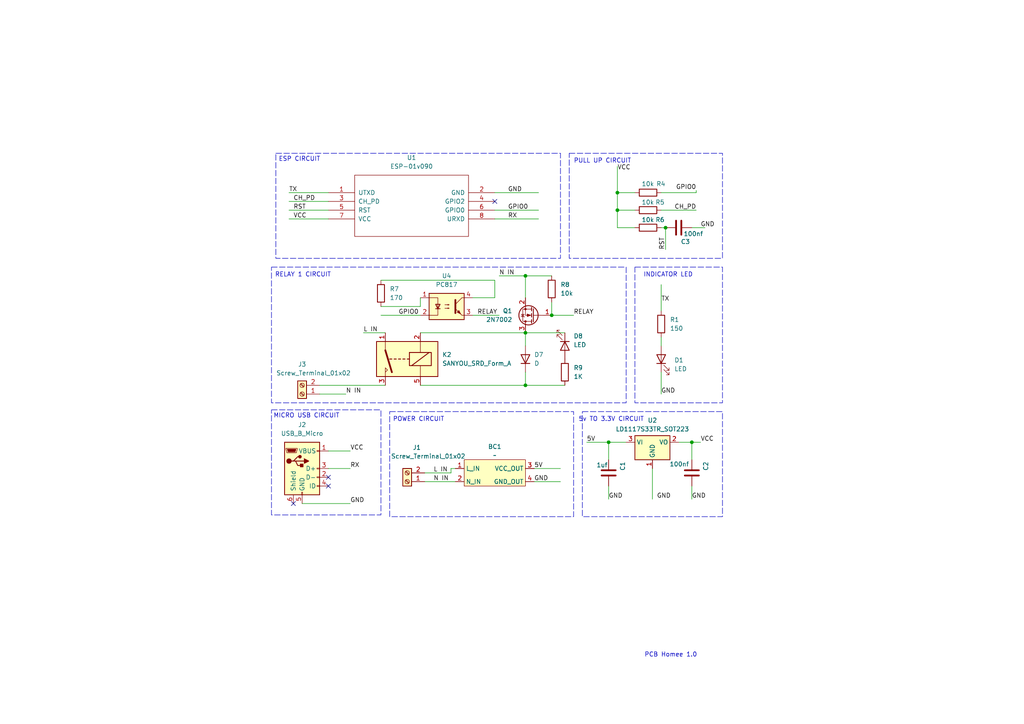
<source format=kicad_sch>
(kicad_sch (version 20231120) (generator "eeschema") (generator_version "8.0")
  (paper "A4")
  (lib_symbols
    (symbol "Connector:Screw_Terminal_01x02" (pin_names (offset 1.016) hide)
      (property "Reference" "J" (at 0 2.54 0))
      (property "Value" "Screw_Terminal_01x02" (at 0 -5.08 0))
      (symbol "Screw_Terminal_01x02_1_1"
        (rectangle (start -1.27 1.27) (end 1.27 -3.81) (stroke (width 0.254)) (fill (type background)))
        (circle (center 0 -2.54) (radius 0.635) (stroke (width 0.1524)))
        (polyline (pts (xy -0.5334 -2.2098) (xy 0.3302 -3.048)) (stroke (width 0.1524)))
        (polyline (pts (xy -0.5334 0.3302) (xy 0.3302 -0.508)) (stroke (width 0.1524)))
        (polyline (pts (xy -0.3556 -2.032) (xy 0.508 -2.8702)) (stroke (width 0.1524)))
        (polyline (pts (xy -0.3556 0.508) (xy 0.508 -0.3302)) (stroke (width 0.1524)))
        (circle (center 0 0) (radius 0.635) (stroke (width 0.1524)))
        (pin passive line (at -5.08 0 0) (length 3.81) (name "Pin_1") (number "1"))
        (pin passive line (at -5.08 -2.54 0) (length 3.81) (name "Pin_2") (number "2"))
      )
    )
    (symbol "Connector:USB_B_Micro" (pin_names (offset 1.016))
      (property "Reference" "J" (at -5.08 11.43 0))
      (property "Value" "USB_B_Micro" (at -5.08 8.89 0))
      (symbol "USB_B_Micro_0_1"
        (rectangle (start -5.08 -7.62) (end 5.08 7.62) (stroke (width 0.254)) (fill (type background)))
        (circle (center -3.81 2.159) (radius 0.635) (stroke (width 0.254)) (fill (type outline)))
        (circle (center -0.635 3.429) (radius 0.381) (stroke (width 0.254)) (fill (type outline)))
        (rectangle (start -0.127 -7.62) (end 0.127 -6.858))
        (polyline (pts (xy -1.905 2.159) (xy 0.635 2.159)) (stroke (width 0.254)))
        (polyline (pts (xy -3.175 2.159) (xy -2.54 2.159) (xy -1.27 3.429) (xy -0.635 3.429)) (stroke (width 0.254)))
        (polyline (pts (xy -2.54 2.159) (xy -1.905 2.159) (xy -1.27 0.889) (xy 0 0.889)) (stroke (width 0.254)))
        (polyline (pts (xy 0.635 2.794) (xy 0.635 1.524) (xy 1.905 2.159) (xy 0.635 2.794)) (stroke (width 0.254)) (fill (type outline)))
        (polyline (pts (xy -4.318 5.588) (xy -1.778 5.588) (xy -2.032 4.826) (xy -4.064 4.826) (xy -4.318 5.588)) (fill (type outline)))
        (polyline (pts (xy -4.699 5.842) (xy -4.699 5.588) (xy -4.445 4.826) (xy -4.445 4.572) (xy -1.651 4.572) (xy -1.651 4.826) (xy -1.397 5.588) (xy -1.397 5.842) (xy -4.699 5.842)))
        (rectangle (start 0.254 1.27) (end -0.508 0.508) (stroke (width 0.254)) (fill (type outline)))
        (rectangle (start 5.08 -5.207) (end 4.318 -4.953))
        (rectangle (start 5.08 -2.667) (end 4.318 -2.413))
        (rectangle (start 5.08 -0.127) (end 4.318 0.127))
        (rectangle (start 5.08 4.953) (end 4.318 5.207))
      )
      (symbol "USB_B_Micro_1_1"
        (pin power_out line (at 7.62 5.08 180) (length 2.54) (name "VBUS") (number "1"))
        (pin bidirectional line (at 7.62 -2.54 180) (length 2.54) (name "D-") (number "2"))
        (pin bidirectional line (at 7.62 0 180) (length 2.54) (name "D+") (number "3"))
        (pin passive line (at 7.62 -5.08 180) (length 2.54) (name "ID") (number "4"))
        (pin power_out line (at 0 -10.16 90) (length 2.54) (name "GND") (number "5"))
        (pin passive line (at -2.54 -10.16 90) (length 2.54) (name "Shield") (number "6"))
      )
    )
    (symbol "Device:C" (pin_numbers hide) (pin_names (offset 0.254))
      (property "Reference" "C" (at 0.635 2.54 0))
      (property "Value" "C" (at 0.635 -2.54 0))
      (symbol "C_0_1"
        (polyline (pts (xy -2.032 -0.762) (xy 2.032 -0.762)) (stroke (width 0.508)))
        (polyline (pts (xy -2.032 0.762) (xy 2.032 0.762)) (stroke (width 0.508)))
      )
      (symbol "C_1_1"
        (pin passive line (at 0 3.81 270) (length 2.794) (name "~") (number "1"))
        (pin passive line (at 0 -3.81 90) (length 2.794) (name "~") (number "2"))
      )
    )
    (symbol "Device:D" (pin_numbers hide) (pin_names (offset 1.016) hide)
      (property "Reference" "D" (at 0 2.54 0))
      (property "Value" "D" (at 0 -2.54 0))
      (symbol "D_0_1"
        (polyline (pts (xy -1.27 1.27) (xy -1.27 -1.27)) (stroke (width 0.254)))
        (polyline (pts (xy 1.27 0) (xy -1.27 0)))
        (polyline (pts (xy 1.27 1.27) (xy 1.27 -1.27) (xy -1.27 0) (xy 1.27 1.27)) (stroke (width 0.254)))
      )
      (symbol "D_1_1"
        (pin passive line (at -3.81 0 0) (length 2.54) (name "K") (number "1"))
        (pin passive line (at 3.81 0 180) (length 2.54) (name "A") (number "2"))
      )
    )
    (symbol "Device:LED" (pin_numbers hide) (pin_names (offset 1.016) hide)
      (property "Reference" "D" (at 0 2.54 0))
      (property "Value" "LED" (at 0 -2.54 0))
      (symbol "LED_0_1"
        (polyline (pts (xy -1.27 -1.27) (xy -1.27 1.27)) (stroke (width 0.254)))
        (polyline (pts (xy -1.27 0) (xy 1.27 0)))
        (polyline (pts (xy 1.27 -1.27) (xy 1.27 1.27) (xy -1.27 0) (xy 1.27 -1.27)) (stroke (width 0.254)))
        (polyline (pts (xy -3.048 -0.762) (xy -4.572 -2.286) (xy -3.81 -2.286) (xy -4.572 -2.286) (xy -4.572 -1.524)))
        (polyline (pts (xy -1.778 -0.762) (xy -3.302 -2.286) (xy -2.54 -2.286) (xy -3.302 -2.286) (xy -3.302 -1.524)))
      )
      (symbol "LED_1_1"
        (pin passive line (at -3.81 0 0) (length 2.54) (name "K") (number "1"))
        (pin passive line (at 3.81 0 180) (length 2.54) (name "A") (number "2"))
      )
    )
    (symbol "Device:R" (pin_numbers hide) (pin_names (offset 0))
      (property "Reference" "R" (at 2.032 0 90))
      (property "Value" "R" (at 0 0 90))
      (symbol "R_0_1"
        (rectangle (start -1.016 -2.54) (end 1.016 2.54) (stroke (width 0.254)))
      )
      (symbol "R_1_1"
        (pin passive line (at 0 3.81 270) (length 1.27) (name "~") (number "1"))
        (pin passive line (at 0 -3.81 90) (length 1.27) (name "~") (number "2"))
      )
    )
    (symbol "ESP8266:ESP-01v090" (pin_names (offset 1.016))
      (property "Reference" "U" (at 0 -2.54 0))
      (property "Value" "ESP-01v090" (at 0 2.54 0))
      (symbol "ESP-01v090_1_0"
        (rectangle (start -16.51 -8.89) (end 16.51 8.89))
      )
      (symbol "ESP-01v090_1_1"
        (pin output line (at -24.13 3.81 0) (length 7.62) (name "UTXD") (number "1"))
        (pin power_in line (at 24.13 3.81 180) (length 7.62) (name "GND") (number "2"))
        (pin input line (at -24.13 1.27 0) (length 7.62) (name "CH_PD") (number "3"))
        (pin tri_state line (at 24.13 1.27 180) (length 7.62) (name "GPIO2") (number "4"))
        (pin input line (at -24.13 -1.27 0) (length 7.62) (name "RST") (number "5"))
        (pin tri_state line (at 24.13 -1.27 180) (length 7.62) (name "GPIO0") (number "6"))
        (pin power_in line (at -24.13 -3.81 0) (length 7.62) (name "VCC") (number "7"))
        (pin input line (at 24.13 -3.81 180) (length 7.62) (name "URXD") (number "8"))
      )
    )
    (symbol "Isolator:PC817" (pin_names (offset 1.016))
      (property "Reference" "U" (at -5.08 5.08 0))
      (property "Value" "PC817" (at 0 5.08 0))
      (symbol "PC817_0_1"
        (rectangle (start -5.08 3.81) (end 5.08 -3.81) (stroke (width 0.254)) (fill (type background)))
        (polyline (pts (xy -3.175 -0.635) (xy -1.905 -0.635)) (stroke (width 0.254)))
        (polyline (pts (xy 2.54 0.635) (xy 4.445 2.54)))
        (polyline (pts (xy 4.445 -2.54) (xy 2.54 -0.635)) (fill (type outline)))
        (polyline (pts (xy 4.445 -2.54) (xy 5.08 -2.54)))
        (polyline (pts (xy 4.445 2.54) (xy 5.08 2.54)))
        (polyline (pts (xy -5.08 2.54) (xy -2.54 2.54) (xy -2.54 -0.635)))
        (polyline (pts (xy -2.54 -0.635) (xy -2.54 -2.54) (xy -5.08 -2.54)))
        (polyline (pts (xy 2.54 1.905) (xy 2.54 -1.905) (xy 2.54 -1.905)) (stroke (width 0.508)))
        (polyline (pts (xy -2.54 -0.635) (xy -3.175 0.635) (xy -1.905 0.635) (xy -2.54 -0.635)) (stroke (width 0.254)))
        (polyline (pts (xy -0.508 -0.508) (xy 0.762 -0.508) (xy 0.381 -0.635) (xy 0.381 -0.381) (xy 0.762 -0.508)))
        (polyline (pts (xy -0.508 0.508) (xy 0.762 0.508) (xy 0.381 0.381) (xy 0.381 0.635) (xy 0.762 0.508)))
        (polyline (pts (xy 3.048 -1.651) (xy 3.556 -1.143) (xy 4.064 -2.159) (xy 3.048 -1.651) (xy 3.048 -1.651)) (fill (type outline)))
      )
      (symbol "PC817_1_1"
        (pin passive line (at -7.62 2.54 0) (length 2.54) (name "~") (number "1"))
        (pin passive line (at -7.62 -2.54 0) (length 2.54) (name "~") (number "2"))
        (pin passive line (at 7.62 -2.54 180) (length 2.54) (name "~") (number "3"))
        (pin passive line (at 7.62 2.54 180) (length 2.54) (name "~") (number "4"))
      )
    )
    (symbol "Regulator_Linear:LD1117S33TR_SOT223"
      (property "Reference" "U" (at -3.81 3.175 0))
      (property "Value" "LD1117S33TR_SOT223" (at 0 3.175 0))
      (symbol "LD1117S33TR_SOT223_0_1"
        (rectangle (start -5.08 -5.08) (end 5.08 1.905) (stroke (width 0.254)) (fill (type background)))
      )
      (symbol "LD1117S33TR_SOT223_1_1"
        (pin power_in line (at 0 -7.62 90) (length 2.54) (name "GND") (number "1"))
        (pin power_out line (at 7.62 0 180) (length 2.54) (name "VO") (number "2"))
        (pin power_in line (at -7.62 0 0) (length 2.54) (name "VI") (number "3"))
      )
    )
    (symbol "Relay:SANYOU_SRD_Form_A"
      (property "Reference" "K" (at 8.89 3.81 0))
      (property "Value" "SANYOU_SRD_Form_A" (at 8.89 1.27 0))
      (symbol "SANYOU_SRD_Form_A_0_0"
        (polyline (pts (xy 5.08 5.08) (xy 5.08 2.54) (xy 4.445 3.175) (xy 5.08 3.81)))
      )
      (symbol "SANYOU_SRD_Form_A_0_1"
        (rectangle (start -10.16 5.08) (end 7.62 -5.08) (stroke (width 0.254)) (fill (type background)))
        (rectangle (start -8.255 1.905) (end -1.905 -1.905) (stroke (width 0.254)))
        (polyline (pts (xy -7.62 -1.905) (xy -2.54 1.905)) (stroke (width 0.254)))
        (polyline (pts (xy -5.08 -5.08) (xy -5.08 -1.905)))
        (polyline (pts (xy -5.08 5.08) (xy -5.08 1.905)))
        (polyline (pts (xy -1.905 0) (xy -1.27 0)) (stroke (width 0.254)))
        (polyline (pts (xy -0.635 0) (xy 0 0)) (stroke (width 0.254)))
        (polyline (pts (xy 0.635 0) (xy 1.27 0)) (stroke (width 0.254)))
        (polyline (pts (xy 1.905 0) (xy 2.54 0)) (stroke (width 0.254)))
        (polyline (pts (xy 3.175 0) (xy 3.81 0)) (stroke (width 0.254)))
        (polyline (pts (xy 5.08 -2.54) (xy 3.175 3.81)) (stroke (width 0.508)))
        (polyline (pts (xy 5.08 -2.54) (xy 5.08 -5.08)))
      )
      (symbol "SANYOU_SRD_Form_A_1_1"
        (pin passive line (at 5.08 -7.62 90) (length 2.54) (name "~") (number "1"))
        (pin passive line (at -5.08 -7.62 90) (length 2.54) (name "~") (number "2"))
        (pin passive line (at 5.08 7.62 270) (length 2.54) (name "~") (number "3"))
        (pin passive line (at -5.08 7.62 270) (length 2.54) (name "~") (number "5"))
      )
    )
    (symbol "Transistor_FET:2N7002" (pin_names hide)
      (property "Reference" "Q" (at 5.08 1.905 0))
      (property "Value" "2N7002" (at 5.08 0 0))
      (symbol "2N7002_0_1"
        (polyline (pts (xy 0.254 0) (xy -2.54 0)))
        (polyline (pts (xy 0.254 1.905) (xy 0.254 -1.905)) (stroke (width 0.254)))
        (polyline (pts (xy 0.762 -1.27) (xy 0.762 -2.286)) (stroke (width 0.254)))
        (polyline (pts (xy 0.762 0.508) (xy 0.762 -0.508)) (stroke (width 0.254)))
        (polyline (pts (xy 0.762 2.286) (xy 0.762 1.27)) (stroke (width 0.254)))
        (polyline (pts (xy 2.54 2.54) (xy 2.54 1.778)))
        (polyline (pts (xy 2.54 -2.54) (xy 2.54 0) (xy 0.762 0)))
        (polyline (pts (xy 0.762 -1.778) (xy 3.302 -1.778) (xy 3.302 1.778) (xy 0.762 1.778)))
        (polyline (pts (xy 1.016 0) (xy 2.032 0.381) (xy 2.032 -0.381) (xy 1.016 0)) (fill (type outline)))
        (polyline (pts (xy 2.794 0.508) (xy 2.921 0.381) (xy 3.683 0.381) (xy 3.81 0.254)))
        (polyline (pts (xy 3.302 0.381) (xy 2.921 -0.254) (xy 3.683 -0.254) (xy 3.302 0.381)))
        (circle (center 1.651 0) (radius 2.794) (stroke (width 0.254)))
        (circle (center 2.54 -1.778) (radius 0.254) (fill (type outline)))
        (circle (center 2.54 1.778) (radius 0.254) (fill (type outline)))
      )
      (symbol "2N7002_1_1"
        (pin input line (at -5.08 0 0) (length 2.54) (name "G") (number "1"))
        (pin passive line (at 2.54 -5.08 90) (length 2.54) (name "S") (number "2"))
        (pin passive line (at 2.54 5.08 270) (length 2.54) (name "D") (number "3"))
      )
    )
    (symbol "custom:Buck_Converter"
      (property "Reference" "BC" (at -2.54 0 0))
      (symbol "Buck_Converter_1_1"
        (rectangle (start -8.89 3.81) (end 8.89 -3.81) (fill (type background)))
        (pin input line (at -11.43 1.27 0) (length 2.54) (name "L_IN") (number "1"))
        (pin input line (at -11.43 -2.54 0) (length 2.54) (name "N_IN") (number "2"))
        (pin power_out line (at 11.43 1.27 180) (length 2.54) (name "VCC_OUT") (number "3"))
        (pin power_out line (at 11.43 -2.54 180) (length 2.54) (name "GND_OUT") (number "4"))
      )
    )
  )
  (junction (at 152.4 96.52))
  (junction (at 193.04 66.04))
  (junction (at 179.07 60.96))
  (junction (at 176.53 128.27))
  (junction (at 152.4 80.01))
  (junction (at 179.07 55.88))
  (junction (at 200.66 128.27))
  (junction (at 152.4 111.76))
  (junction (at 160.02 91.44))
  (no_connect (at 143.51 58.42))
  (no_connect (at 85.09 146.05))
  (no_connect (at 95.25 140.97))
  (no_connect (at 95.25 138.43))
  (wire (pts (xy 143.51 60.96) (xy 156.21 60.96)))
  (wire (pts (xy 137.16 86.36) (xy 143.51 86.36)))
  (wire (pts (xy 152.4 111.76) (xy 121.92 111.76)))
  (wire (pts (xy 110.49 91.44) (xy 121.92 91.44)))
  (wire (pts (xy 156.21 63.5) (xy 143.51 63.5)))
  (wire (pts (xy 179.07 66.04) (xy 184.15 66.04)))
  (wire (pts (xy 160.02 87.63) (xy 160.02 91.44)))
  (wire (pts (xy 189.23 135.89) (xy 189.23 144.78)))
  (wire (pts (xy 201.93 60.96) (xy 191.77 60.96)))
  (wire (pts (xy 191.77 55.88) (xy 201.93 55.88)))
  (wire (pts (xy 179.07 60.96) (xy 179.07 66.04)))
  (wire (pts (xy 121.92 88.9) (xy 121.92 86.36)))
  (wire (pts (xy 130.81 135.89) (xy 132.08 135.89)))
  (wire (pts (xy 154.94 139.7) (xy 162.56 139.7)))
  (wire (pts (xy 130.81 135.89) (xy 130.81 137.16)))
  (wire (pts (xy 179.07 55.88) (xy 179.07 60.96)))
  (wire (pts (xy 152.4 111.76) (xy 163.83 111.76)))
  (wire (pts (xy 123.19 139.7) (xy 132.08 139.7)))
  (wire (pts (xy 179.07 55.88) (xy 184.15 55.88)))
  (wire (pts (xy 176.53 128.27) (xy 181.61 128.27)))
  (wire (pts (xy 83.82 55.88) (xy 95.25 55.88)))
  (wire (pts (xy 176.53 140.97) (xy 176.53 144.78)))
  (wire (pts (xy 92.71 111.76) (xy 111.76 111.76)))
  (wire (pts (xy 95.25 130.81) (xy 101.6 130.81)))
  (wire (pts (xy 95.25 135.89) (xy 101.6 135.89)))
  (wire (pts (xy 191.77 82.55) (xy 191.77 90.17)))
  (wire (pts (xy 191.77 97.79) (xy 191.77 100.33)))
  (wire (pts (xy 200.66 128.27) (xy 203.2 128.27)))
  (wire (pts (xy 105.41 96.52) (xy 111.76 96.52)))
  (wire (pts (xy 196.85 128.27) (xy 200.66 128.27)))
  (wire (pts (xy 152.4 80.01) (xy 152.4 86.36)))
  (wire (pts (xy 143.51 81.28) (xy 143.51 86.36)))
  (wire (pts (xy 200.66 66.04) (xy 204.47 66.04)))
  (wire (pts (xy 92.71 114.3) (xy 100.33 114.3)))
  (wire (pts (xy 200.66 133.35) (xy 200.66 128.27)))
  (wire (pts (xy 121.92 96.52) (xy 152.4 96.52)))
  (wire (pts (xy 179.07 60.96) (xy 184.15 60.96)))
  (wire (pts (xy 152.4 80.01) (xy 160.02 80.01)))
  (wire (pts (xy 170.18 128.27) (xy 176.53 128.27)))
  (wire (pts (xy 193.04 72.39) (xy 193.04 66.04)))
  (wire (pts (xy 200.66 144.78) (xy 200.66 140.97)))
  (wire (pts (xy 130.81 137.16) (xy 123.19 137.16)))
  (wire (pts (xy 110.49 88.9) (xy 121.92 88.9)))
  (wire (pts (xy 143.51 55.88) (xy 156.21 55.88)))
  (wire (pts (xy 176.53 128.27) (xy 176.53 133.35)))
  (wire (pts (xy 154.94 135.89) (xy 162.56 135.89)))
  (wire (pts (xy 191.77 114.3) (xy 191.77 107.95)))
  (wire (pts (xy 152.4 107.95) (xy 152.4 111.76)))
  (wire (pts (xy 201.93 55.245) (xy 201.93 55.88)))
  (wire (pts (xy 179.07 48.26) (xy 179.07 55.88)))
  (wire (pts (xy 152.4 96.52) (xy 163.83 96.52)))
  (wire (pts (xy 110.49 81.28) (xy 143.51 81.28)))
  (wire (pts (xy 191.77 66.04) (xy 193.04 66.04)))
  (wire (pts (xy 83.82 58.42) (xy 95.25 58.42)))
  (wire (pts (xy 137.16 91.44) (xy 144.78 91.44)))
  (wire (pts (xy 83.82 63.5) (xy 95.25 63.5)))
  (wire (pts (xy 144.78 80.01) (xy 152.4 80.01)))
  (wire (pts (xy 83.82 60.96) (xy 95.25 60.96)))
  (wire (pts (xy 152.4 96.52) (xy 152.4 100.33)))
  (wire (pts (xy 87.63 146.05) (xy 101.6 146.05)))
  (wire (pts (xy 160.02 91.44) (xy 166.37 91.44)))
  (rectangle (start 165.1 44.45) (end 209.55 74.93) (stroke (width 0) (type dash)))
  (rectangle (start 80.01 44.45) (end 162.56 74.93) (stroke (width 0) (type dash)))
  (rectangle (start 78.74 118.872) (end 110.49 149.352) (stroke (width 0) (type dash)))
  (rectangle (start 78.74 77.47) (end 181.61 116.84) (stroke (width 0) (type dash)))
  (rectangle (start 184.15 77.47) (end 209.55 116.84) (stroke (width 0) (type dash)))
  (rectangle (start 168.91 119.38) (end 209.55 149.86) (stroke (width 0) (type dash)))
  (rectangle (start 113.03 119.38) (end 166.37 149.86) (stroke (width 0) (type dash)))
  (text "INDICATOR LED" (at 193.802 79.756 0) (effects (font (size 1.27 1.27))))
  (text "PCB Homee 1.0" (at 194.564 189.992 0) (effects (font (size 1.27 1.27))))
  (text "MICRO USB CIRCUIT" (at 88.9 120.65 0) (effects (font (size 1.27 1.27))))
  (text "RELAY 1 CIRCUIT" (at 87.884 79.756 0) (effects (font (size 1.27 1.27))))
  (text "ESP CIRCUIT\n" (at 86.868 46.228 0) (effects (font (size 1.27 1.27))))
  (text "PULL UP CIRCUIT\n" (at 174.752 46.736 0) (effects (font (size 1.27 1.27))))
  (text "5v TO 3.3V CIRCUIT\n" (at 177.292 121.666 0) (effects (font (size 1.27 1.27))))
  (text "POWER CIRCUIT\n" (at 121.412 121.666 0) (effects (font (size 1.27 1.27))))
  (label "RX" (at 147.32 63.5 0))
  (label "VCC" (at 101.6 130.81 0))
  (label "GPIO0" (at 115.57 91.44 0))
  (label "TX" (at 83.82 55.88 0))
  (label "L IN" (at 105.41 96.52 0))
  (label "GND" (at 154.94 139.7 0))
  (label "N IN" (at 125.73 139.7 0))
  (label "TX" (at 191.77 87.63 0))
  (label "RST" (at 85.09 60.96 0))
  (label "RELAY" (at 166.37 91.44 0))
  (label "VCC" (at 179.07 49.53 0))
  (label "RX" (at 101.6 135.89 0))
  (label "GPIO0" (at 147.32 60.96 0))
  (label "GND" (at 191.77 114.3 0))
  (label "RELAY" (at 138.43 91.44 0))
  (label "GND" (at 200.66 144.78 0))
  (label "GND" (at 203.2 66.04 0))
  (label "VCC" (at 203.2 128.27 0))
  (label "CH_PD" (at 85.09 58.42 0))
  (label "GND" (at 101.6 146.05 0))
  (label "RST" (at 193.04 72.39 90))
  (label "GPIO0" (at 201.93 55.245 180))
  (label "L IN" (at 125.73 137.16 0))
  (label "N IN" (at 100.33 114.3 0))
  (label "N IN" (at 144.78 80.01 0))
  (label "GND" (at 176.53 144.78 0))
  (label "GND" (at 190.5 144.78 0))
  (label "GND" (at 147.32 55.88 0))
  (label "5V" (at 170.18 128.27 0))
  (label "CH_PD" (at 201.93 60.96 180))
  (label "5V" (at 154.94 135.89 0))
  (label "VCC" (at 85.09 63.5 0))
  (symbol (lib_id "Connector:Screw_Terminal_01x02") (at 118.11 139.7 180) (unit 1)
    (property "Reference" "J1" (at 120.904 129.794 0))
    (property "Value" "Screw_Terminal_01x02" (at 124.206 132.334 0))
    (property "Footprint" "TerminalBlock_Phoenix:TerminalBlock_Phoenix_MKDS-1,5-2-5.08_1x02_P5.08mm_Horizontal" (effects (hide yes)))
    (property "Description" "Generic screw terminal, single row, 01x02, script generated (kicad-library-utils/schlib/autogen/connector/)" (effects (hide yes)))
    (property "MPN" "C8269" (effects (hide yes)))
    (property "Note" "https://jlcpcb.com/partdetail/Ningbo_KangnexElec-WJ128V_5_02P/C8269" (effects (hide yes)))
  )
  (symbol (lib_id "Isolator:PC817") (at 129.54 88.9 0) (unit 1)
    (property "Reference" "U4" (at 129.54 80.01 0))
    (property "Value" "PC817" (at 129.54 82.55 0))
    (property "Footprint" "Package_DIP:SMDIP-4_W7.62mm" (effects (hide yes)))
    (property "Datasheet" "http://www.soselectronic.cz/a_info/resource/d/pc817.pdf" (effects (hide yes)))
    (property "Description" "DC Optocoupler, Vce 35V, CTR 50-300%, DIP-4" (effects (hide yes)))
    (property "MPN" "C2936043" (effects (hide yes)))
    (property "Note" "https://jlcpcb.com/partdetail/slkor_slkormicro_elec-PC817C/C2936043" (effects (hide yes)))
  )
  (symbol (lib_id "Transistor_FET:2N7002") (at 154.94 91.44 180) (unit 1)
    (property "Reference" "Q1" (at 148.59 90.1699 0) (effects (justify left)))
    (property "Value" "2N7002" (at 148.59 92.7099 0) (effects (justify left)))
    (property "Footprint" "Package_TO_SOT_SMD:SOT-23" (effects (hide yes)))
    (property "Datasheet" "https://www.onsemi.com/pub/Collateral/NDS7002A-D.PDF" (effects (hide yes)))
    (property "Description" "0.115A Id, 60V Vds, N-Channel MOSFET, SOT-23" (effects (hide yes)))
    (property "MPN" "C5224215" (effects (hide yes)))
    (property "Note" "https://jlcpcb.com/partdetail/Elecsuper-2N7002/C5224215" (effects (hide yes)))
  )
  (symbol (lib_id "Device:R") (at 187.96 60.96 90) (unit 1)
    (property "Reference" "R5" (at 192.786 58.674 90) (effects (justify left)))
    (property "Value" "10k" (at 189.738 58.674 90) (effects (justify left)))
    (property "Footprint" "Resistor_SMD:R_1210_3225Metric" (effects (hide yes)))
    (property "Description" "Resistor" (effects (hide yes)))
    (property "MPN" "C2889342" (effects (hide yes)))
    (property "Note" "https://jlcpcb.com/partdetail/Vo-SCR0402J200R/C2889342" (effects (hide yes)))
  )
  (symbol (lib_id "Connector:Screw_Terminal_01x02") (at 87.63 114.3 180) (unit 1)
    (property "Reference" "J3" (at 87.63 105.664 0))
    (property "Value" "Screw_Terminal_01x02" (at 90.932 108.204 0))
    (property "Footprint" "TerminalBlock_Phoenix:TerminalBlock_Phoenix_MKDS-1,5-2-5.08_1x02_P5.08mm_Horizontal" (effects (hide yes)))
    (property "Description" "Generic screw terminal, single row, 01x02, script generated (kicad-library-utils/schlib/autogen/connector/)" (effects (hide yes)))
    (property "Note" "https://jlcpcb.com/partdetail/Ningbo_KangnexElec-WJ128V_5_02P/C8269" (effects (hide yes)))
    (property "MPN" "C8269" (effects (hide yes)))
  )
  (symbol (lib_id "Device:R") (at 110.49 85.09 0) (unit 1)
    (property "Reference" "R7" (at 113.03 83.8199 0) (effects (justify left)))
    (property "Value" "170" (at 113.03 86.3599 0) (effects (justify left)))
    (property "Footprint" "Resistor_SMD:R_1210_3225Metric" (effects (hide yes)))
    (property "Description" "Resistor" (effects (hide yes)))
    (property "Note" "https://jlcpcb.com/partdetail/Vo-SCR0402J200R/C3017576" (effects (hide yes)))
    (property "Vendor" "MPN" (effects (hide yes)))
  )
  (symbol (lib_id "Device:C") (at 200.66 137.16 180) (unit 1)
    (property "Reference" "C2" (at 204.724 133.858 90) (effects (justify left)))
    (property "Value" "100nf" (at 199.898 134.62 0) (effects (justify left)))
    (property "Footprint" "Capacitor_SMD:C_1210_3225Metric" (effects (hide yes)))
    (property "Description" "Unpolarized capacitor" (effects (hide yes)))
    (property "MPN" "C7393836" (effects (hide yes)))
    (property "Note" "https://jlcpcb.com/partdetail/Cctc-TCC0201X7R103M500ZT/C7393836" (effects (hide yes)))
  )
  (symbol (lib_id "Connector:USB_B_Micro") (at 87.63 135.89 0) (unit 1)
    (property "Reference" "J2" (at 87.63 123.19 0))
    (property "Value" "USB_B_Micro" (at 87.63 125.73 0))
    (property "Footprint" "Connector_USB:USB_Micro-B_Molex-105017-0001" (effects (hide yes)))
    (property "Description" "USB Micro Type B connector" (effects (hide yes)))
    (property "MPN" " C234179" (effects (hide yes)))
    (property "Note" "https://jlcpcb.com/partdetail/Molex-1051640001/C234179" (effects (hide yes)))
  )
  (symbol (lib_id "Device:LED") (at 191.77 104.14 90) (unit 1)
    (property "Reference" "D1" (at 195.58 104.4574 90) (effects (justify right)))
    (property "Value" "LED" (at 195.58 106.9974 90) (effects (justify right)))
    (property "Footprint" "LED_THT:LED_D3.0mm" (effects (hide yes)))
    (property "Description" "Light emitting diode" (effects (hide yes)))
    (property "Note" "https://jlcpcb.com/partdetail/Meihua-MHL3014GTD/C3028821" (effects (hide yes)))
    (property "MPN" "C3028821" (effects (hide yes)))
  )
  (symbol (lib_id "Regulator_Linear:LD1117S33TR_SOT223") (at 189.23 128.27 0) (unit 1)
    (property "Reference" "U2" (at 189.23 121.92 0))
    (property "Value" "LD1117S33TR_SOT223" (at 189.23 124.46 0))
    (property "Footprint" "Package_TO_SOT_SMD:SOT-223-3_TabPin2" (effects (hide yes)))
    (property "Datasheet" "http://www.st.com/st-web-ui/static/active/en/resource/technical/document/datasheet/CD00000544.pdf" (effects (hide yes)))
    (property "Description" "800mA Fixed Low Drop Positive Voltage Regulator, Fixed Output 3.3V, SOT-223" (effects (hide yes)))
    (property "Note" "https://jlcpcb.com/partdetail/Msksemi-LD1117_3_3_MS/C20538888" (effects (hide yes)))
    (property "MPN" "C20538888" (effects (hide yes)))
  )
  (symbol (lib_id "Device:R") (at 187.96 66.04 90) (unit 1)
    (property "Reference" "R6" (at 192.786 63.754 90) (effects (justify left)))
    (property "Value" "10k" (at 189.738 63.754 90) (effects (justify left)))
    (property "Footprint" "Resistor_SMD:R_1210_3225Metric" (effects (hide yes)))
    (property "Description" "Resistor" (effects (hide yes)))
    (property "MPN" "C2889342" (effects (hide yes)))
    (property "Note" "https://jlcpcb.com/partdetail/Vo-SCR0402J200R/C2889342" (effects (hide yes)))
  )
  (symbol (lib_id "Device:D") (at 152.4 104.14 90) (unit 1)
    (property "Reference" "D7" (at 154.94 102.8699 90) (effects (justify right)))
    (property "Value" "D" (at 154.94 105.4099 90) (effects (justify right)))
    (property "Footprint" "Diode_SMD:D_1210_3225Metric" (effects (hide yes)))
    (property "Description" "Diode" (effects (hide yes)))
    (property "Sim.Device" "D" (effects (hide yes)))
    (property "Sim.Pins" "1=K 2=A" (effects (hide yes)))
    (property "MPN" "C17688656" (effects (hide yes)))
    (property "Note" "https://jlcpcb.com/partdetail/MicrochipTech-CDLL4148/C17688656" (effects (hide yes)))
  )
  (symbol (lib_id "Device:R") (at 191.77 93.98 0) (unit 1)
    (property "Reference" "R1" (at 194.31 92.7099 0) (effects (justify left)))
    (property "Value" "150" (at 194.31 95.2499 0) (effects (justify left)))
    (property "Footprint" "Resistor_SMD:R_1210_3225Metric" (effects (hide yes)))
    (property "Description" "Resistor" (effects (hide yes)))
    (property "MPN" "C5141050" (effects (hide yes)))
    (property "Note" "https://jlcpcb.com/partdetail/Sunway-SC0402J1500F2ANRH/C5141050" (effects (hide yes)))
  )
  (symbol (lib_id "Device:R") (at 187.96 55.88 90) (unit 1)
    (property "Reference" "R4" (at 193.04 53.34 90) (effects (justify left)))
    (property "Value" "10k" (at 189.738 53.34 90) (effects (justify left)))
    (property "Footprint" "Resistor_SMD:R_1210_3225Metric" (effects (hide yes)))
    (property "Description" "Resistor" (effects (hide yes)))
    (property "MPN" "C2889342" (effects (hide yes)))
    (property "Note" "https://jlcpcb.com/partdetail/Vo-SCR0402J200R/C2889342" (effects (hide yes)))
  )
  (symbol (lib_id "Device:R") (at 160.02 83.82 0) (unit 1)
    (property "Reference" "R8" (at 162.56 82.5499 0) (effects (justify left)))
    (property "Value" "10k" (at 162.56 85.0899 0) (effects (justify left)))
    (property "Footprint" "Resistor_SMD:R_1210_3225Metric" (effects (hide yes)))
    (property "Description" "Resistor" (effects (hide yes)))
    (property "MPN" "C2889342" (effects (hide yes)))
    (property "Note" "https://jlcpcb.com/partdetail/Vo-SCR0402J200R/C2889342" (effects (hide yes)))
  )
  (symbol (lib_id "ESP8266:ESP-01v090") (at 119.38 59.69 0) (unit 1)
    (property "Reference" "U1" (at 119.38 45.72 0))
    (property "Value" "ESP-01v090" (at 119.38 48.26 0))
    (property "Footprint" "Connector_PinSocket_2.54mm:PinSocket_2x04_P2.54mm_Vertical" (effects (hide yes)))
    (property "Datasheet" "http://l0l.org.uk/2014/12/esp8266-modules-hardware-guide-gotta-catch-em-all/" (effects (hide yes)))
    (property "Description" "ESP8266 ESP-01 module, v090" (effects (hide yes)))
    (property "Note" "https://jlcpcb.com/partdetail/Zhouri-2_54_24/C2977588" (effects (hide yes)))
    (property "MPN" "C2977588" (effects (hide yes)))
  )
  (symbol (lib_id "Relay:SANYOU_SRD_Form_A") (at 116.84 104.14 180) (unit 1)
    (property "Reference" "K2" (at 128.27 102.8699 0) (effects (justify right)))
    (property "Value" "SANYOU_SRD_Form_A" (at 128.27 105.4099 0) (effects (justify right)))
    (property "Footprint" "Relay_THT:Relay_SPST_SANYOU_SRD_Series_Form_A" (effects (hide yes)))
    (property "Datasheet" "http://www.sanyourelay.ca/public/products/pdf/SRD.pdf" (effects (hide yes)))
    (property "Description" "Sanyo SRD relay, Single Pole Miniature Power Relay, Closing Contact" (effects (hide yes)))
    (property "Note" "https://jlcpcb.com/partdetail/Ningbo_SongleRelay-SRD_5VDC_SLB/C185799" (effects (hide yes)))
    (property "MPN" "C185799" (effects (hide yes)))
  )
  (symbol (lib_id "custom:Buck_Converter") (at 143.51 137.16 0) (unit 1)
    (property "Reference" "BC1" (at 143.51 129.54 0))
    (property "Value" "~" (at 143.51 132.08 0))
    (property "Footprint" "Connect:Buck Connect" (effects (hide yes)))
  )
  (symbol (lib_id "Device:C") (at 176.53 137.16 180) (unit 1)
    (property "Reference" "C1" (at 180.594 133.858 90) (effects (justify left)))
    (property "Value" "1uf" (at 176.276 134.874 0) (effects (justify left)))
    (property "Footprint" "Capacitor_SMD:C_1210_3225Metric" (effects (hide yes)))
    (property "Description" "Unpolarized capacitor" (effects (hide yes)))
    (property "MPN" "C5189828" (effects (hide yes)))
    (property "Note" "https://jlcpcb.com/partdetail/5869649-CS1608X7R105K100NRB/C5189828" (effects (hide yes)))
  )
  (symbol (lib_id "Device:R") (at 163.83 107.95 0) (unit 1)
    (property "Reference" "R9" (at 166.37 106.6799 0) (effects (justify left)))
    (property "Value" "1K" (at 166.37 109.2199 0) (effects (justify left)))
    (property "Footprint" "Resistor_SMD:R_1210_3225Metric" (effects (hide yes)))
    (property "Description" "Resistor" (effects (hide yes)))
    (property "MPN" "C384390" (effects (hide yes)))
    (property "Note" "https://jlcpcb.com/partdetail/Walsin_TechCorp-WR04X102JTL/C384390" (effects (hide yes)))
  )
  (symbol (lib_id "Device:C") (at 196.85 66.04 90) (unit 1)
    (property "Reference" "C3" (at 200.152 70.104 90) (effects (justify left)))
    (property "Value" "100nf" (at 203.962 67.818 90) (effects (justify left)))
    (property "Footprint" "Capacitor_SMD:C_1210_3225Metric" (effects (hide yes)))
    (property "Description" "Unpolarized capacitor" (effects (hide yes)))
    (property "MPN" "C7393836" (effects (hide yes)))
    (property "Note" "https://jlcpcb.com/partdetail/Cctc-TCC0201X7R103M500ZT/C7393836" (effects (hide yes)))
  )
  (symbol (lib_id "Device:LED") (at 163.83 100.33 270) (unit 1)
    (property "Reference" "D8" (at 166.37 97.4724 90) (effects (justify left)))
    (property "Value" "LED" (at 166.37 100.0124 90) (effects (justify left)))
    (property "Footprint" "LED_THT:LED_D3.0mm" (effects (hide yes)))
    (property "Description" "Light emitting diode" (effects (hide yes)))
    (property "MPN" "C3028821" (effects (hide yes)))
    (property "Note" "https://jlcpcb.com/partdetail/Meihua-MHL3014GTD/C3028821" (effects (hide yes)))
  )
)
</source>
